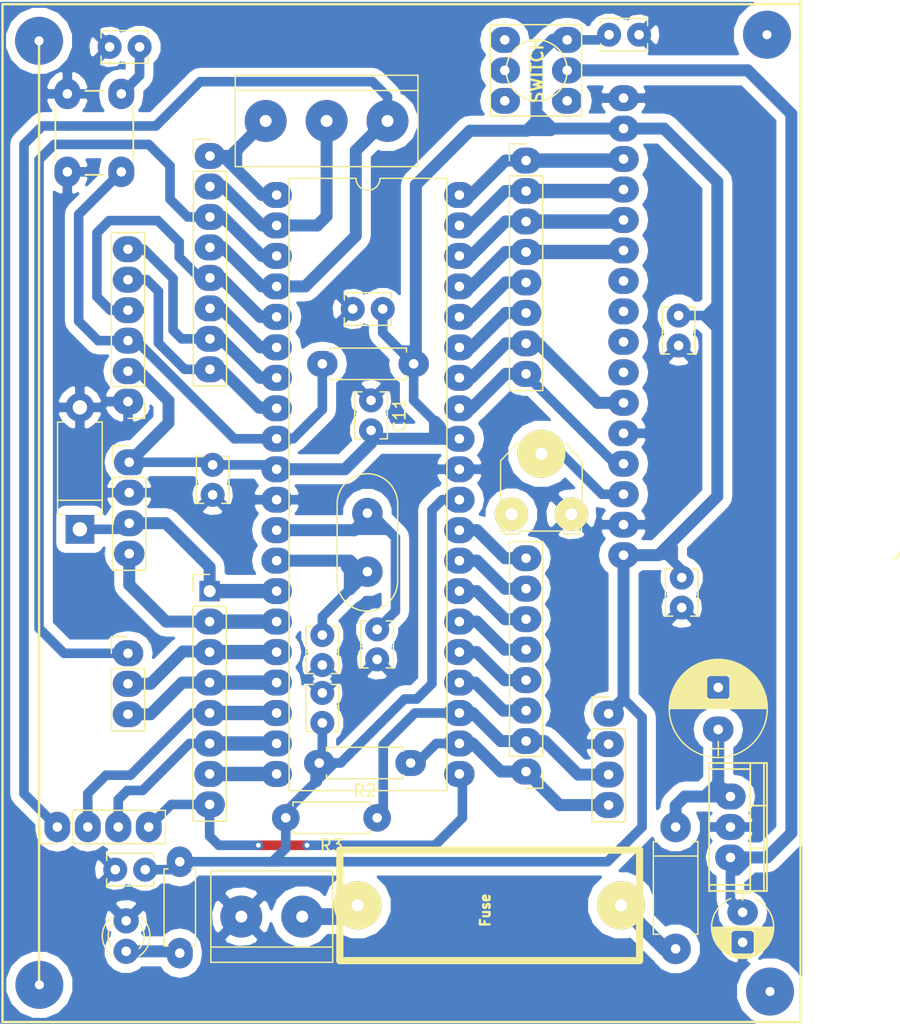
<source format=kicad_pcb>
(kicad_pcb (version 4) (host pcbnew 4.0.6+dfsg1-1)
  (layers (0 F.Cu signal) (31 B.Cu signal) (34 B.Paste user) (35 F.Paste user) (36 B.SilkS user) (37 F.SilkS user) (38 B.Mask user) (39 F.Mask user) (44 Edge.Cuts user))
  (net 0 "")
  (net 1 GND)
  (net 2 "Net-(C1-Pad2)")
  (net 3 "Net-(C2-Pad1)")
  (net 4 "Net-(C3-Pad1)")
  (net 5 VCC)
  (net 6 "Net-(DS1-Pad3)")
  (net 7 /B1)
  (net 8 /B0)
  (net 9 /B4)
  (net 10 /B5)
  (net 11 /B6)
  (net 12 /B7)
  (net 13 /A0)
  (net 14 /A1)
  (net 15 /A2)
  (net 16 /A3)
  (net 17 /A4)
  (net 18 /A5)
  (net 19 /A6)
  (net 20 /A7)
  (net 21 /C0)
  (net 22 /C1)
  (net 23 /C2)
  (net 24 /C3)
  (net 25 /C4)
  (net 26 /C5)
  (net 27 /C6)
  (net 28 /C7)
  (net 29 /B2)
  (net 30 /D2)
  (net 31 /D3)
  (net 32 /D0)
  (net 33 /D1)
  (net 34 /B3)
  (net 35 /D4)
  (net 36 /D5)
  (net 37 /D6)
  (net 38 /D7)
  (net 39 "Net-(C4-Pad1)")
  (net 40 "Net-(D2-Pad2)")
  (net 41 "Net-(F1-Pad2)")
  (net 42 /R)
  (net 43 "Net-(D3-Pad2)")
  (net 44 "Net-(DS1-Pad7)")
  (net 45 "Net-(DS1-Pad8)")
  (net 46 "Net-(DS1-Pad9)")
  (net 47 "Net-(DS1-Pad10)")
  (net 48 "Net-(RV1-Pad1)")
  (module modFiles:LCD_16*2 (layer F.Cu) (at 129.2606 89.6112 90)
    (fp_text reference DS1 hide)
    (fp_text value LCD-016N002L)
    (pad 1 thru_hole oval (at 0 0 90) (size 2.159 2.54) (drill 0.8) (layers *.Cu *.Mask) (net 5 VCC))
    (pad 2 thru_hole oval (at 2.54 0 90) (size 2.159 2.54) (drill 0.8) (layers *.Cu *.Mask) (net 1 GND))
    (pad 3 thru_hole oval (at 5.08 0 90) (size 2.159 2.54) (drill 0.8) (layers *.Cu *.Mask) (net 6 "Net-(DS1-Pad3)"))
    (pad 4 thru_hole oval (at 7.62 0 90) (size 2.159 2.54) (drill 0.8) (layers *.Cu *.Mask) (net 20 /A7))
    (pad 5 thru_hole oval (at 10.16 0 90) (size 2.159 2.54) (drill 0.8) (layers *.Cu *.Mask) (net 1 GND))
    (pad 6 thru_hole oval (at 12.7 0 90) (size 2.159 2.54) (drill 0.8) (layers *.Cu *.Mask) (net 19 /A6))
    (pad 7 thru_hole oval (at 15.24 0 90) (size 2.159 2.54) (drill 0.8) (layers *.Cu *.Mask) (net 44 "Net-(DS1-Pad7)"))
    (pad 8 thru_hole oval (at 17.78 0 90) (size 2.159 2.54) (drill 0.8) (layers *.Cu *.Mask) (net 45 "Net-(DS1-Pad8)"))
    (pad 9 thru_hole oval (at 20.32 0 90) (size 2.159 2.54) (drill 0.8) (layers *.Cu *.Mask) (net 46 "Net-(DS1-Pad9)"))
    (pad 11 thru_hole oval (at 25.4 0 90) (size 2.159 2.54) (drill 0.8) (layers *.Cu *.Mask) (net 16 /A3))
    (pad 12 thru_hole oval (at 27.94 0 90) (size 2.159 2.54) (drill 0.8) (layers *.Cu *.Mask) (net 15 /A2))
    (pad 13 thru_hole oval (at 30.48 0 90) (size 2.159 2.54) (drill 0.8) (layers *.Cu *.Mask) (net 14 /A1))
    (pad 14 thru_hole oval (at 33.02 0 90) (size 2.159 2.54) (drill 0.8) (layers *.Cu *.Mask) (net 13 /A0))
    (pad 15 thru_hole oval (at 35.56 0 90) (size 2.159 2.54) (drill 0.8) (layers *.Cu *.Mask) (net 5 VCC))
    (pad 16 thru_hole oval (at 38.1 0 90) (size 2.159 2.54) (drill 0.8) (layers *.Cu *.Mask) (net 1 GND))
    (pad 10 thru_hole oval (at 22.86 0 90) (size 2.159 2.54) (drill 0.8) (layers *.Cu *.Mask) (net 47 "Net-(DS1-Pad10)"))
    (pad 0 thru_hole circle (at 42.8752 -48.7426 90) (size 4 4) (drill 0.762) (layers *.Cu *.Mask))
    (pad 0 thru_hole circle (at 43.3832 11.9634 90) (size 4 4) (drill 0.762) (layers *.Cu *.Mask))
    (pad 0 thru_hole circle (at -36.3728 12.2174 90) (size 4 4) (drill 0.762) (layers *.Cu *.Mask))
    (pad 0 thru_hole circle (at -35.814 -48.7172 90) (size 4 4) (drill 0.762) (layers *.Cu *.Mask))
  )
  (module modFiles:Capacitor_Disc_Small (layer F.Cu) (at 106.68 69.088)
    (fp_text reference C6 hide)
    (fp_text value C)
    (pad 1 thru_hole circle (at 0 0) (size 2 2) (drill 0.8) (layers *.Cu *.Mask) (net 1 GND))
    (pad 2 thru_hole circle (at 2.5 0) (size 2 2) (drill 0.8) (layers *.Cu *.Mask) (net 5 VCC))
  )
  (module modFiles:Capacitor_100uF (layer F.Cu) (at 137.16 104.14 90)
    (fp_text reference C3 hide)
    (fp_text value C)
    (pad 1 thru_hole oval (at 0 0 90) (size 2.159 2.54) (drill 0.8) (layers *.Cu *.Mask) (net 4 "Net-(C3-Pad1)"))
    (pad 2 thru_hole oval (at 3.5 0 90) (size 2.159 2.54) (drill 0.8) (layers *.Cu *.Mask) (net 1 GND))
  )
  (module modFiles:Capacitor_10uF (layer F.Cu) (at 139.192 119.38 270)
    (fp_text reference C4 hide)
    (fp_text value C)
    (pad 1 thru_hole oval (at 0 0 270) (size 2.159 2.54) (drill 0.8) (layers *.Cu *.Mask) (net 39 "Net-(C4-Pad1)"))
    (pad 2 thru_hole oval (at 2.5 0 270) (size 2.159 2.54) (drill 0.8) (layers *.Cu *.Mask) (net 1 GND))
  )
  (module modFiles:Diode_Small (layer F.Cu) (at 83.9216 87.4522 90)
    (fp_text reference D1 hide)
    (fp_text value D_Zener)
    (pad 1 thru_hole rect (at 0 0 90) (size 2.4 2.4) (drill 1.2) (layers *.Cu *.Mask) (net 32 /D0))
    (pad 2 thru_hole oval (at 10.16 0 90) (size 2.4 2.4) (drill 1.2) (layers *.Cu *.Mask) (net 1 GND))
  )
  (module modFiles:Diode_Small (layer F.Cu) (at 133.604 112.268 270)
    (fp_text reference D2 hide)
    (fp_text value D hide)
    (pad 1 thru_hole circle (at 0 0 270) (size 2.54 2.54) (drill 0.8) (layers *.Cu *.Mask) (net 4 "Net-(C3-Pad1)"))
    (pad 2 thru_hole circle (at 10.16 0 270) (size 2.54 2.54) (drill 0.8) (layers *.Cu *.Mask) (net 40 "Net-(D2-Pad2)"))
  )
  (module modFiles:LED_D3.0mm (layer F.Cu) (at 87.7824 120.0912 270)
    (fp_text reference D3 hide)
    (fp_text value LED)
    (pad 1 thru_hole circle (at 0 0 270) (size 2.1 2.1) (drill 0.8) (layers *.Cu *.Mask) (net 1 GND))
    (pad 2 thru_hole circle (at 2.54 0 270) (size 2.1 2.1) (drill 0.8) (layers *.Cu *.Mask) (net 43 "Net-(D3-Pad2)"))
  )
  (module modFiles:Fuse_Holder (layer F.Cu) (at 117.8814 119.3038)
    (fp_text reference F1 hide)
    (fp_text value Fuse (at -0.154 -0.098 90) (layer F.SilkS) (effects (font (size 0.8 0.8) (thickness 0.2))))
    (pad 1 thru_hole circle (at 11.176 -0.508 90) (size 4 4) (drill 1) (layers *.Cu *.Mask F.SilkS) (net 40 "Net-(D2-Pad2)"))
    (pad 2 thru_hole circle (at -10.795 -0.508 90) (size 4 4) (drill 1) (layers *.Cu *.Mask F.SilkS) (net 41 "Net-(F1-Pad2)"))
  )
  (module Pin_Headers:Pin_Header_Straight_1x08_Pitch2.54mm (layer F.Cu) (at 121.1326 56.7182)
    (fp_text reference J1 hide)
    (fp_text value PortA)
    (pad 1 thru_hole oval (at 0 0) (size 2.54 2.159) (drill 0.8) (layers *.Cu *.Mask) (net 13 /A0))
    (pad 2 thru_hole oval (at 0 2.54) (size 2.54 2.159) (drill 0.8) (layers *.Cu *.Mask) (net 14 /A1))
    (pad 3 thru_hole oval (at 0 5.08) (size 2.54 2.159) (drill 0.8) (layers *.Cu *.Mask) (net 15 /A2))
    (pad 4 thru_hole oval (at 0 7.62) (size 2.54 2.159) (drill 0.8) (layers *.Cu *.Mask) (net 16 /A3))
    (pad 5 thru_hole oval (at 0 10.16) (size 2.54 2.159) (drill 0.8) (layers *.Cu *.Mask) (net 17 /A4))
    (pad 6 thru_hole oval (at 0 12.7) (size 2.54 2.159) (drill 0.8) (layers *.Cu *.Mask) (net 18 /A5))
    (pad 7 thru_hole oval (at 0 15.24) (size 2.54 2.159) (drill 0.8) (layers *.Cu *.Mask) (net 19 /A6))
    (pad 8 thru_hole oval (at 0 17.78) (size 2.54 2.159) (drill 0.8) (layers *.Cu *.Mask) (net 20 /A7))
  )
  (module Pin_Headers:Pin_Header_Straight_1x08_Pitch2.54mm (layer F.Cu) (at 121.1326 107.6452 180)
    (fp_text reference J2 hide)
    (fp_text value PortC)
    (pad 1 thru_hole oval (at 0 0 180) (size 2.54 2.159) (drill 0.8) (layers *.Cu *.Mask) (net 21 /C0))
    (pad 2 thru_hole oval (at 0 2.54 180) (size 2.54 2.159) (drill 0.8) (layers *.Cu *.Mask) (net 22 /C1))
    (pad 3 thru_hole oval (at 0 5.08 180) (size 2.54 2.159) (drill 0.8) (layers *.Cu *.Mask) (net 23 /C2))
    (pad 4 thru_hole oval (at 0 7.62 180) (size 2.54 2.159) (drill 0.8) (layers *.Cu *.Mask) (net 24 /C3))
    (pad 5 thru_hole oval (at 0 10.16 180) (size 2.54 2.159) (drill 0.8) (layers *.Cu *.Mask) (net 25 /C4))
    (pad 6 thru_hole oval (at 0 12.7 180) (size 2.54 2.159) (drill 0.8) (layers *.Cu *.Mask) (net 26 /C5))
    (pad 7 thru_hole oval (at 0 15.24 180) (size 2.54 2.159) (drill 0.8) (layers *.Cu *.Mask) (net 27 /C6))
    (pad 8 thru_hole oval (at 0 17.78 180) (size 2.54 2.159) (drill 0.8) (layers *.Cu *.Mask) (net 28 /C7))
  )
  (module Pin_Headers:Pin_Header_Straight_1x03_Pitch2.54mm (layer F.Cu) (at 87.9348 97.79)
    (fp_text reference J3 hide)
    (fp_text value Int)
    (pad 1 thru_hole oval (at 0 0) (size 2.54 2.159) (drill 0.8) (layers *.Cu *.Mask) (net 29 /B2))
    (pad 2 thru_hole oval (at 0 2.54) (size 2.54 2.159) (drill 0.8) (layers *.Cu *.Mask) (net 30 /D2))
    (pad 3 thru_hole oval (at 0 5.08) (size 2.54 2.159) (drill 0.8) (layers *.Cu *.Mask) (net 31 /D3))
  )
  (module Pin_Headers:Pin_Header_Straight_1x04_Pitch2.54mm (layer F.Cu) (at 88.0364 81.8642)
    (fp_text reference J4 hide)
    (fp_text value RX-TX)
    (pad 1 thru_hole oval (at 0 0) (size 2.54 2.159) (drill 0.8) (layers *.Cu *.Mask) (net 5 VCC))
    (pad 2 thru_hole oval (at 0 2.54) (size 2.54 2.159) (drill 0.8) (layers *.Cu *.Mask) (net 1 GND))
    (pad 3 thru_hole oval (at 0 5.08) (size 2.54 2.159) (drill 0.8) (layers *.Cu *.Mask) (net 32 /D0))
    (pad 4 thru_hole oval (at 0 7.62) (size 2.54 2.159) (drill 0.8) (layers *.Cu *.Mask) (net 33 /D1))
  )
  (module modFiles:Connector_Bornier_2 (layer F.Cu) (at 97.3836 119.7356)
    (fp_text reference J5 hide)
    (fp_text value Conn_01x02 hide)
    (pad 1 thru_hole circle (at 0 0) (size 3.5 3.5) (drill 1) (layers *.Cu *.Mask) (net 1 GND))
    (pad 2 thru_hole circle (at 5.08 0) (size 3.5 3.5) (drill 1) (layers *.Cu *.Mask) (net 41 "Net-(F1-Pad2)"))
  )
  (module Pin_Headers:Pin_Header_Straight_1x08_Pitch2.54mm (layer F.Cu) (at 94.7674 56.3372)
    (fp_text reference J6 hide)
    (fp_text value PortB)
    (pad 1 thru_hole oval (at 0 0) (size 2.54 2.159) (drill 0.8) (layers *.Cu *.Mask) (net 8 /B0))
    (pad 2 thru_hole oval (at 0 2.54) (size 2.54 2.159) (drill 0.8) (layers *.Cu *.Mask) (net 7 /B1))
    (pad 3 thru_hole oval (at 0 5.08) (size 2.54 2.159) (drill 0.8) (layers *.Cu *.Mask) (net 29 /B2))
    (pad 4 thru_hole oval (at 0 7.62) (size 2.54 2.159) (drill 0.8) (layers *.Cu *.Mask) (net 34 /B3))
    (pad 5 thru_hole oval (at 0 10.16) (size 2.54 2.159) (drill 0.8) (layers *.Cu *.Mask) (net 9 /B4))
    (pad 6 thru_hole oval (at 0 12.7) (size 2.54 2.159) (drill 0.8) (layers *.Cu *.Mask) (net 10 /B5))
    (pad 7 thru_hole oval (at 0 15.24) (size 2.54 2.159) (drill 0.8) (layers *.Cu *.Mask) (net 11 /B6))
    (pad 8 thru_hole oval (at 0 17.78) (size 2.54 2.159) (drill 0.8) (layers *.Cu *.Mask) (net 12 /B7))
  )
  (module Pin_Headers:Pin_Header_Straight_1x08_Pitch2.54mm (layer F.Cu) (at 94.742 92.6084)
    (fp_text reference J7 hide)
    (fp_text value PortD)
    (pad 1 thru_hole rect (at 0 0) (size 1.7 1.7) (drill 1) (layers *.Cu *.Mask) (net 32 /D0))
    (pad 2 thru_hole oval (at 0 2.54) (size 2.54 2.159) (drill 0.8) (layers *.Cu *.Mask) (net 33 /D1))
    (pad 3 thru_hole oval (at 0 5.08) (size 2.54 2.159) (drill 0.8) (layers *.Cu *.Mask) (net 30 /D2))
    (pad 4 thru_hole oval (at 0 7.62) (size 2.54 2.159) (drill 0.8) (layers *.Cu *.Mask) (net 31 /D3))
    (pad 5 thru_hole oval (at 0 10.16) (size 2.54 2.159) (drill 0.8) (layers *.Cu *.Mask) (net 35 /D4))
    (pad 6 thru_hole oval (at 0 12.7) (size 2.54 2.159) (drill 0.8) (layers *.Cu *.Mask) (net 36 /D5))
    (pad 7 thru_hole oval (at 0 15.24) (size 2.54 2.159) (drill 0.8) (layers *.Cu *.Mask) (net 37 /D6))
    (pad 8 thru_hole oval (at 0 17.78) (size 2.54 2.159) (drill 0.8) (layers *.Cu *.Mask) (net 38 /D7))
  )
  (module Pin_Headers:Pin_Header_Straight_1x04_Pitch2.54mm (layer F.Cu) (at 128.016 102.8192)
    (fp_text reference J9 hide)
    (fp_text value SDA-SCL)
    (pad 1 thru_hole oval (at 0 0) (size 2.54 2.159) (drill 0.8) (layers *.Cu *.Mask) (net 5 VCC))
    (pad 2 thru_hole oval (at 0 2.54) (size 2.54 2.159) (drill 0.8) (layers *.Cu *.Mask) (net 1 GND))
    (pad 3 thru_hole oval (at 0 5.08) (size 2.54 2.159) (drill 0.8) (layers *.Cu *.Mask) (net 22 /C1))
    (pad 4 thru_hole oval (at 0 7.62) (size 2.54 2.159) (drill 0.8) (layers *.Cu *.Mask) (net 21 /C0))
  )
  (module Pin_Headers:Pin_Header_Straight_1x06_Pitch2.54mm (layer F.Cu) (at 87.9348 76.8096 180)
    (fp_text reference J10 hide)
    (fp_text value Programmer)
    (pad 1 thru_hole oval (at 0 0 180) (size 2.54 2.159) (drill 0.8) (layers *.Cu *.Mask) (net 1 GND))
    (pad 2 thru_hole oval (at 0 2.54 180) (size 2.54 2.159) (drill 0.8) (layers *.Cu *.Mask) (net 5 VCC))
    (pad 3 thru_hole oval (at 0 5.08 180) (size 2.54 2.159) (drill 0.8) (layers *.Cu *.Mask) (net 42 /R))
    (pad 4 thru_hole oval (at 0 7.62 180) (size 2.54 2.159) (drill 0.8) (layers *.Cu *.Mask) (net 9 /B4))
    (pad 5 thru_hole oval (at 0 10.16 180) (size 2.54 2.159) (drill 0.8) (layers *.Cu *.Mask) (net 12 /B7))
    (pad 6 thru_hole oval (at 0 12.7 180) (size 2.54 2.159) (drill 0.8) (layers *.Cu *.Mask) (net 11 /B6))
  )
  (module modFiles:Connector_Bornier_3 (layer F.Cu) (at 109.5756 53.4162 180)
    (fp_text reference J11 hide)
    (fp_text value Motor)
    (pad 1 thru_hole circle (at 0 0 180) (size 3.5 3.5) (drill 1) (layers *.Cu *.Mask) (net 34 /B3))
    (pad 2 thru_hole circle (at 5.08 0 180) (size 3.5 3.5) (drill 1) (layers *.Cu *.Mask) (net 7 /B1))
    (pad 3 thru_hole circle (at 10.16 0 180) (size 3.5 3.5) (drill 1) (layers *.Cu *.Mask) (net 8 /B0))
  )
  (module modFiles:Resistor_small (layer F.Cu) (at 111.76 73.66 180)
    (fp_text reference R1 hide)
    (fp_text value R)
    (pad 1 thru_hole oval (at 0 0 180) (size 2.54 2.159) (drill 0.8) (layers *.Cu *.Mask) (net 5 VCC))
    (pad 2 thru_hole oval (at 7.62 0 180) (size 2.54 2.159) (drill 0.8) (layers *.Cu *.Mask) (net 42 /R))
  )
  (module modFiles:Resistor_small (layer F.Cu) (at 111.506 106.934 180)
    (fp_text reference R2 (at 3.81 -2.31 180) (layer F.SilkS))
    (fp_text value R)
    (pad 1 thru_hole oval (at 0 0 180) (size 2.54 2.159) (drill 0.8) (layers *.Cu *.Mask) (net 21 /C0))
    (pad 2 thru_hole oval (at 7.62 0 180) (size 2.54 2.159) (drill 0.8) (layers *.Cu *.Mask) (net 5 VCC))
  )
  (module modFiles:Resistor_small (layer F.Cu) (at 108.712 111.506 180)
    (fp_text reference R3 (at 3.81 -2.31 180) (layer F.SilkS))
    (fp_text value R)
    (pad 1 thru_hole circle (at 0 0 180) (size 2.3 2.3) (drill 0.8) (layers *.Cu *.Mask) (net 22 /C1))
    (pad 2 thru_hole circle (at 7.62 0 180) (size 2.3 2.3) (drill 0.8) (layers *.Cu *.Mask) (net 5 VCC))
  )
  (module modFiles:Resistor_small (layer F.Cu) (at 92.2528 122.7836 90)
    (fp_text reference R4 hide)
    (fp_text value R)
    (pad 1 thru_hole oval (at 0 0 90) (size 2.54 2.159) (drill 0.8) (layers *.Cu *.Mask) (net 43 "Net-(D3-Pad2)"))
    (pad 2 thru_hole oval (at 7.62 0 90) (size 2.54 2.159) (drill 0.8) (layers *.Cu *.Mask) (net 5 VCC))
  )
  (module modFiles:Potentiometer_Triwood (layer F.Cu) (at 119.91 86.2)
    (fp_text reference RV1 hide)
    (fp_text value POT)
    (pad 2 thru_hole circle (at 2.5 -5.04 90) (size 4 4) (drill 1) (layers *.Cu *.Mask F.SilkS) (net 6 "Net-(DS1-Pad3)"))
    (pad 3 thru_hole circle (at 5 0 90) (size 2.794 2.794) (drill 1) (layers *.Cu *.Mask F.SilkS) (net 1 GND))
    (pad 1 thru_hole circle (at 0 0 90) (size 2.794 2.794) (drill 1) (layers *.Cu *.Mask F.SilkS) (net 48 "Net-(RV1-Pad1)"))
  )
  (module modFiles:Push_Button (layer F.Cu) (at 82.876 57.658 90)
    (fp_text reference SW1 hide)
    (fp_text value SW_Push)
    (pad 2 thru_hole oval (at 0 4.5 90) (size 2.54 2.159) (drill 0.8) (layers *.Cu *.Mask) (net 42 /R))
    (pad 1 thru_hole oval (at 0 0 90) (size 2.54 2.159) (drill 0.8) (layers *.Cu *.Mask) (net 1 GND))
    (pad 2 thru_hole oval (at 6.5 4.5 90) (size 2.54 2.159) (drill 0.8) (layers *.Cu *.Mask) (net 42 /R))
    (pad 1 thru_hole oval (at 6.5 0 90) (size 2.54 2.159) (drill 0.8) (layers *.Cu *.Mask) (net 1 GND))
  )
  (module modFiles:DIP_Switch (layer F.Cu) (at 121.8946 49.1998 90)
    (fp_text reference SWITCH (at 0 0.15 90) (layer F.SilkS) (effects (font (size 1.016 1.016) (thickness 0.2032))))
    (fp_text value SW_DIP_x01 hide)
    (pad "" thru_hole oval (at 2.54 -2.54 90) (size 2.159 2.54) (drill 0.8) (layers *.Cu *.Mask))
    (pad 2 thru_hole oval (at 2.54 2.667 90) (size 2.159 2.54) (drill 0.8) (layers *.Cu *.Mask) (net 5 VCC))
    (pad "" thru_hole oval (at -2.54 -2.54 90) (size 2.159 2.54) (drill 0.8) (layers *.Cu *.Mask))
    (pad "" thru_hole oval (at -2.54 2.667 90) (size 2.159 2.54) (drill 0.8) (layers *.Cu *.Mask))
    (pad "" thru_hole oval (at 0 -2.54 90) (size 2.159 2.54) (drill 0.8) (layers *.Cu *.Mask))
    (pad 1 thru_hole oval (at 0 2.667 90) (size 2.159 2.54) (drill 0.8) (layers *.Cu *.Mask) (net 39 "Net-(C4-Pad1)"))
  )
  (module Housings_DIP:DIP-40_W15.24mm (layer F.Cu) (at 100.33 59.5884)
    (fp_text reference U1 hide)
    (fp_text value ATMEGA32-16PU)
    (pad 1 thru_hole oval (at 0 0) (size 2.54 2.159) (drill 0.8) (layers *.Cu *.Mask) (net 8 /B0))
    (pad 21 thru_hole oval (at 15.24 48.26) (size 2.54 2.159) (drill 0.8) (layers *.Cu *.Mask) (net 38 /D7))
    (pad 2 thru_hole oval (at 0 2.54) (size 2.54 2.159) (drill 0.8) (layers *.Cu *.Mask) (net 7 /B1))
    (pad 22 thru_hole oval (at 15.24 45.72) (size 2.54 2.159) (drill 0.8) (layers *.Cu *.Mask) (net 21 /C0))
    (pad 3 thru_hole oval (at 0 5.08) (size 2.54 2.159) (drill 0.8) (layers *.Cu *.Mask) (net 29 /B2))
    (pad 23 thru_hole oval (at 15.24 43.18) (size 2.54 2.159) (drill 0.8) (layers *.Cu *.Mask) (net 22 /C1))
    (pad 4 thru_hole oval (at 0 7.62) (size 2.54 2.159) (drill 0.8) (layers *.Cu *.Mask) (net 34 /B3))
    (pad 24 thru_hole oval (at 15.24 40.64) (size 2.54 2.159) (drill 0.8) (layers *.Cu *.Mask) (net 23 /C2))
    (pad 5 thru_hole oval (at 0 10.16) (size 2.54 2.159) (drill 0.8) (layers *.Cu *.Mask) (net 9 /B4))
    (pad 25 thru_hole oval (at 15.24 38.1) (size 2.54 2.159) (drill 0.8) (layers *.Cu *.Mask) (net 24 /C3))
    (pad 6 thru_hole oval (at 0 12.7) (size 2.54 2.159) (drill 0.8) (layers *.Cu *.Mask) (net 10 /B5))
    (pad 26 thru_hole oval (at 15.24 35.56) (size 2.54 2.159) (drill 0.8) (layers *.Cu *.Mask) (net 25 /C4))
    (pad 7 thru_hole oval (at 0 15.24) (size 2.54 2.159) (drill 0.8) (layers *.Cu *.Mask) (net 11 /B6))
    (pad 27 thru_hole oval (at 15.24 33.02) (size 2.54 2.159) (drill 0.8) (layers *.Cu *.Mask) (net 26 /C5))
    (pad 8 thru_hole oval (at 0 17.78) (size 2.54 2.159) (drill 0.8) (layers *.Cu *.Mask) (net 12 /B7))
    (pad 28 thru_hole oval (at 15.24 30.48) (size 2.54 2.159) (drill 0.8) (layers *.Cu *.Mask) (net 27 /C6))
    (pad 9 thru_hole oval (at 0 20.32) (size 2.54 2.159) (drill 0.8) (layers *.Cu *.Mask) (net 42 /R))
    (pad 29 thru_hole oval (at 15.24 27.94) (size 2.54 2.159) (drill 0.8) (layers *.Cu *.Mask) (net 28 /C7))
    (pad 10 thru_hole oval (at 0 22.86) (size 2.54 2.159) (drill 0.8) (layers *.Cu *.Mask) (net 5 VCC))
    (pad 30 thru_hole oval (at 15.24 25.4) (size 2.54 2.159) (drill 0.8) (layers *.Cu *.Mask) (net 5 VCC))
    (pad 11 thru_hole oval (at 0 25.4) (size 2.54 2.159) (drill 0.8) (layers *.Cu *.Mask) (net 1 GND))
    (pad 31 thru_hole oval (at 15.24 22.86) (size 2.54 2.159) (drill 0.8) (layers *.Cu *.Mask) (net 1 GND))
    (pad 12 thru_hole oval (at 0 27.94) (size 2.54 2.159) (drill 0.8) (layers *.Cu *.Mask) (net 2 "Net-(C1-Pad2)"))
    (pad 32 thru_hole oval (at 15.24 20.32) (size 2.54 2.159) (drill 0.8) (layers *.Cu *.Mask) (net 5 VCC))
    (pad 13 thru_hole oval (at 0 30.48) (size 2.54 2.159) (drill 0.8) (layers *.Cu *.Mask) (net 3 "Net-(C2-Pad1)"))
    (pad 33 thru_hole oval (at 15.24 17.78) (size 2.54 2.159) (drill 0.8) (layers *.Cu *.Mask) (net 20 /A7))
    (pad 14 thru_hole oval (at 0 33.02) (size 2.54 2.159) (drill 0.8) (layers *.Cu *.Mask) (net 32 /D0))
    (pad 34 thru_hole oval (at 15.24 15.24) (size 2.54 2.159) (drill 0.8) (layers *.Cu *.Mask) (net 19 /A6))
    (pad 15 thru_hole oval (at 0 35.56) (size 2.54 2.159) (drill 0.8) (layers *.Cu *.Mask) (net 33 /D1))
    (pad 35 thru_hole oval (at 15.24 12.7) (size 2.54 2.159) (drill 0.8) (layers *.Cu *.Mask) (net 18 /A5))
    (pad 16 thru_hole oval (at 0 38.1) (size 2.54 2.159) (drill 0.8) (layers *.Cu *.Mask) (net 30 /D2))
    (pad 36 thru_hole oval (at 15.24 10.16) (size 2.54 2.159) (drill 0.8) (layers *.Cu *.Mask) (net 17 /A4))
    (pad 17 thru_hole oval (at 0 40.64) (size 2.54 2.159) (drill 0.8) (layers *.Cu *.Mask) (net 31 /D3))
    (pad 37 thru_hole oval (at 15.24 7.62) (size 2.54 2.159) (drill 0.8) (layers *.Cu *.Mask) (net 16 /A3))
    (pad 18 thru_hole oval (at 0 43.18) (size 2.54 2.159) (drill 0.8) (layers *.Cu *.Mask) (net 35 /D4))
    (pad 38 thru_hole oval (at 15.24 5.08) (size 2.54 2.159) (drill 0.8) (layers *.Cu *.Mask) (net 15 /A2))
    (pad 19 thru_hole oval (at 0 45.72) (size 2.54 2.159) (drill 0.8) (layers *.Cu *.Mask) (net 36 /D5))
    (pad 39 thru_hole oval (at 15.24 2.54) (size 2.54 2.159) (drill 0.8) (layers *.Cu *.Mask) (net 14 /A1))
    (pad 20 thru_hole oval (at 0 48.26) (size 2.54 2.159) (drill 0.8) (layers *.Cu *.Mask) (net 37 /D6))
    (pad 40 thru_hole oval (at 15.24 0) (size 2.54 2.159) (drill 0.8) (layers *.Cu *.Mask) (net 13 /A0))
  )
  (module modFiles:Voltage_Regulators (layer F.Cu) (at 138.176 112.268 270)
    (fp_text reference U2 hide)
    (fp_text value LM7805_TO220)
    (pad 2 thru_hole oval (at 0 0 270) (size 2.159 2.54) (drill 0.8) (layers *.Cu *.Mask) (net 1 GND))
    (pad 3 thru_hole oval (at 2.54 0 270) (size 2.159 2.54) (drill 0.8) (layers *.Cu *.Mask) (net 39 "Net-(C4-Pad1)"))
    (pad 1 thru_hole oval (at -2.54 0 270) (size 2.159 2.54) (drill 0.8) (layers *.Cu *.Mask) (net 4 "Net-(C3-Pad1)"))
  )
  (module modFiles:Crystal (layer F.Cu) (at 107.8992 86.106 270)
    (fp_text reference Y1 hide)
    (fp_text value Crystal)
    (pad 1 thru_hole circle (at 0 0 270) (size 2.54 2.54) (drill 0.8) (layers *.Cu *.Mask) (net 2 "Net-(C1-Pad2)"))
    (pad 2 thru_hole circle (at 4.88 0 270) (size 2.54 2.54) (drill 0.8) (layers *.Cu *.Mask) (net 3 "Net-(C2-Pad1)"))
  )
  (module Pin_Headers:Pin_Header_Straight_1x04_Pitch2.54mm (layer F.Cu) (at 82.042 112.268 90)
    (fp_text reference J8 hide)
    (fp_text value PWM)
    (pad 1 thru_hole oval (at 0 0 90) (size 2.54 2.159) (drill 0.8) (layers *.Cu *.Mask) (net 34 /B3))
    (pad 2 thru_hole oval (at 0 2.54 90) (size 2.54 2.159) (drill 0.8) (layers *.Cu *.Mask) (net 35 /D4))
    (pad 3 thru_hole oval (at 0 5.08 90) (size 2.54 2.159) (drill 0.8) (layers *.Cu *.Mask) (net 36 /D5))
    (pad 4 thru_hole oval (at 0 7.62 90) (size 2.54 2.159) (drill 0.8) (layers *.Cu *.Mask) (net 38 /D7))
  )
  (module modFiles:Capacitor_Disc_Small (layer F.Cu) (at 108.712 98.298 90)
    (fp_text reference C1 hide)
    (fp_text value C)
    (pad 1 thru_hole circle (at 0 0 90) (size 2 2) (drill 0.8) (layers *.Cu *.Mask) (net 1 GND))
    (pad 2 thru_hole circle (at 2.5 0 90) (size 2 2) (drill 0.8) (layers *.Cu *.Mask) (net 2 "Net-(C1-Pad2)"))
  )
  (module modFiles:Capacitor_Disc_Small (layer F.Cu) (at 104.14 96.266 270)
    (fp_text reference C2 hide)
    (fp_text value C)
    (pad 1 thru_hole circle (at 0 0 270) (size 2 2) (drill 0.8) (layers *.Cu *.Mask) (net 3 "Net-(C2-Pad1)"))
    (pad 2 thru_hole circle (at 2.5 0 270) (size 2 2) (drill 0.8) (layers *.Cu *.Mask) (net 1 GND))
  )
  (module modFiles:Capacitor_Disc_Small (layer F.Cu) (at 134.112 93.98 90)
    (fp_text reference C5 hide)
    (fp_text value C)
    (pad 1 thru_hole circle (at 0 0 90) (size 2 2) (drill 0.8) (layers *.Cu *.Mask) (net 1 GND))
    (pad 2 thru_hole circle (at 2.5 0 90) (size 2 2) (drill 0.8) (layers *.Cu *.Mask) (net 5 VCC))
  )
  (module modFiles:Capacitor_Disc_Small (layer F.Cu) (at 130.556 46.228 180)
    (fp_text reference C7 hide)
    (fp_text value C)
    (pad 1 thru_hole circle (at 0 0 180) (size 2 2) (drill 0.8) (layers *.Cu *.Mask) (net 1 GND))
    (pad 2 thru_hole circle (at 2.5 0 180) (size 2 2) (drill 0.8) (layers *.Cu *.Mask) (net 5 VCC))
  )
  (module modFiles:Capacitor_Disc_Small (layer F.Cu) (at 133.858 72.136 90)
    (fp_text reference C8 hide)
    (fp_text value C)
    (pad 1 thru_hole circle (at 0 0 90) (size 2 2) (drill 0.8) (layers *.Cu *.Mask) (net 1 GND))
    (pad 2 thru_hole circle (at 2.5 0 90) (size 2 2) (drill 0.8) (layers *.Cu *.Mask) (net 5 VCC))
  )
  (module modFiles:Capacitor_Disc_Small (layer F.Cu) (at 94.996 84.582 90)
    (fp_text reference C9 hide)
    (fp_text value C)
    (pad 1 thru_hole circle (at 0 0 90) (size 2 2) (drill 0.8) (layers *.Cu *.Mask) (net 1 GND))
    (pad 2 thru_hole circle (at 2.5 0 90) (size 2 2) (drill 0.8) (layers *.Cu *.Mask) (net 5 VCC))
  )
  (module modFiles:Capacitor_Disc_Small (layer F.Cu) (at 86.868 115.824)
    (fp_text reference C10 hide)
    (fp_text value C)
    (pad 1 thru_hole circle (at 0 0) (size 2 2) (drill 0.8) (layers *.Cu *.Mask) (net 1 GND))
    (pad 2 thru_hole circle (at 2.5 0) (size 2 2) (drill 0.8) (layers *.Cu *.Mask) (net 5 VCC))
  )
  (module modFiles:Capacitor_Disc_Small (layer F.Cu) (at 104.14 101.092 270)
    (fp_text reference C13 hide)
    (fp_text value C)
    (pad 1 thru_hole circle (at 0 0 270) (size 2 2) (drill 0.8) (layers *.Cu *.Mask) (net 1 GND))
    (pad 2 thru_hole circle (at 2.5 0 270) (size 2 2) (drill 0.8) (layers *.Cu *.Mask) (net 5 VCC))
  )
  (module modFiles:Capacitor_Disc_Small (layer F.Cu) (at 88.9 47.244 180)
    (fp_text reference C14 hide)
    (fp_text value C)
    (pad 1 thru_hole circle (at 0 0 180) (size 2 2) (drill 0.8) (layers *.Cu *.Mask) (net 42 /R))
    (pad 2 thru_hole circle (at 2.5 0 180) (size 2 2) (drill 0.8) (layers *.Cu *.Mask) (net 1 GND))
  )
  (module modFiles:Capacitor_Disc_Small (layer F.Cu) (at 108.204 76.708 270)
    (fp_text reference C11 (at 1.25 -2.36 270) (layer F.SilkS))
    (fp_text value C)
    (pad 1 thru_hole circle (at 0 0 270) (size 2 2) (drill 0.8) (layers *.Cu *.Mask) (net 1 GND))
    (pad 2 thru_hole circle (at 2.5 0 270) (size 2 2) (drill 0.8) (layers *.Cu *.Mask) (net 5 VCC))
  )
  (gr_line (start 144.018 43.688) (end 144.018 128.524) (angle 90) (layer F.SilkS) (width 0.2))
  (gr_line (start 144.018 43.688) (end 144.018 43.434) (angle 90) (layer F.SilkS) (width 0.2))
  (gr_line (start 77.47 43.688) (end 144.018 43.688) (angle 90) (layer F.SilkS) (width 0.2))
  (gr_line (start 77.47 128.524) (end 77.47 43.688) (angle 90) (layer F.SilkS) (width 0.2))
  (gr_line (start 144.018 128.524) (end 77.47 128.524) (angle 90) (layer F.SilkS) (width 0.2))
  (gr_line (start 80.518 46.99) (end 80.518 125.476) (angle 90) (layer F.SilkS) (width 0.2))
  (segment (start 108.204 87.376) (end 108.204 86.4108) (width 1) (layer B.Cu) (net 2))
  (segment (start 108.204 86.4108) (end 107.8992 86.106) (width 1) (layer B.Cu) (net 2))
  (segment (start 107.8992 86.106) (end 107.8992 87.0712) (width 0.8) (layer B.Cu) (net 2))
  (segment (start 107.8992 87.0712) (end 108.204 87.376) (width 0.8) (layer B.Cu) (net 2))
  (segment (start 108.204 87.376) (end 108.3564 87.5284) (width 0.8) (layer B.Cu) (net 2))
  (segment (start 106.7943 87.5284) (end 108.3564 87.5284) (width 0.8) (layer B.Cu) (net 2))
  (segment (start 108.3564 87.5284) (end 109.6264 87.5284) (width 0.8) (layer B.Cu) (net 2))
  (segment (start 108.966 87.376) (end 108.966 86.868) (width 0.8) (layer B.Cu) (net 2))
  (segment (start 109.474 87.376) (end 108.966 87.376) (width 0.8) (layer B.Cu) (net 2))
  (segment (start 109.6264 87.5284) (end 109.474 87.376) (width 0.8) (layer B.Cu) (net 2))
  (segment (start 107.8992 86.106) (end 108.204 86.106) (width 0.8) (layer B.Cu) (net 2))
  (segment (start 108.204 86.106) (end 108.966 86.868) (width 0.8) (layer B.Cu) (net 2))
  (segment (start 108.966 86.868) (end 110.236 88.138) (width 0.8) (layer B.Cu) (net 2))
  (segment (start 110.236 88.138) (end 110.236 94.274) (width 0.8) (layer B.Cu) (net 2))
  (segment (start 110.236 94.274) (end 108.712 95.798) (width 0.8) (layer B.Cu) (net 2))
  (segment (start 107.8992 86.106) (end 108.1532 86.106) (width 0.8) (layer B.Cu) (net 2))
  (segment (start 100.33 87.5284) (end 106.7943 87.5284) (width 1) (layer B.Cu) (net 2))
  (segment (start 106.7943 87.5284) (end 106.807 87.5284) (width 1) (layer B.Cu) (net 2))
  (segment (start 106.807 87.5284) (end 107.8992 86.4362) (width 1) (layer B.Cu) (net 2))
  (segment (start 107.8992 86.4362) (end 107.8992 86.106) (width 1) (layer B.Cu) (net 2))
  (segment (start 104.14 96.266) (end 104.14 94.742) (width 0.8) (layer B.Cu) (net 3))
  (segment (start 106.934 91.948) (end 106.934 91.9512) (width 0.8) (layer B.Cu) (net 3))
  (segment (start 104.14 94.742) (end 106.934 91.948) (width 0.8) (layer B.Cu) (net 3))
  (segment (start 106.43395 92.45125) (end 106.43395 90.85105) (width 1) (layer B.Cu) (net 3))
  (segment (start 106.43395 92.45125) (end 106.934 91.9512) (width 1) (layer B.Cu) (net 3))
  (segment (start 106.934 91.9512) (end 107.8992 90.986) (width 1) (layer B.Cu) (net 3))
  (segment (start 106.43395 90.85105) (end 106.1847 90.6018) (width 1) (layer B.Cu) (net 3))
  (segment (start 100.33 90.0684) (end 106.4514 90.0684) (width 1) (layer B.Cu) (net 3))
  (segment (start 106.4514 90.0684) (end 107.369 90.986) (width 1) (layer B.Cu) (net 3))
  (segment (start 107.369 90.986) (end 107.8992 90.986) (width 1) (layer B.Cu) (net 3))
  (segment (start 134.366 109.728) (end 135.89 109.728) (width 1) (layer B.Cu) (net 4))
  (segment (start 133.604 112.268) (end 133.604 110.49) (width 1) (layer B.Cu) (net 4))
  (segment (start 133.604 110.49) (end 134.366 109.728) (width 1) (layer B.Cu) (net 4))
  (segment (start 135.89 109.728) (end 137.16 108.458) (width 0.8) (layer B.Cu) (net 4))
  (segment (start 135.89 109.728) (end 138.176 109.728) (width 1) (layer B.Cu) (net 4))
  (segment (start 137.16 108.458) (end 137.16 107.95) (width 0.8) (layer B.Cu) (net 4))
  (segment (start 137.16 108.458) (end 137.16 109.15904) (width 1) (layer B.Cu) (net 4))
  (segment (start 137.16 104.14) (end 137.16 107.95) (width 1) (layer B.Cu) (net 4))
  (segment (start 137.16 107.95) (end 137.16 108.458) (width 1) (layer B.Cu) (net 4))
  (segment (start 137.16 108.458) (end 137.16 108.712) (width 1) (layer B.Cu) (net 4))
  (segment (start 137.16 108.712) (end 138.176 109.728) (width 1) (layer B.Cu) (net 4))
  (segment (start 113.538 79.9084) (end 113.538 78.486) (width 1) (layer B.Cu) (net 5))
  (segment (start 113.538 78.486) (end 113.919 78.867) (width 1) (layer B.Cu) (net 5))
  (segment (start 115.57 79.9084) (end 113.538 79.9084) (width 1) (layer B.Cu) (net 5))
  (segment (start 113.538 79.9084) (end 108.9044 79.9084) (width 1) (layer B.Cu) (net 5))
  (segment (start 108.9044 79.9084) (end 108.204 79.208) (width 1) (layer B.Cu) (net 5))
  (segment (start 108.204 79.208) (end 108.204 80.264) (width 1) (layer B.Cu) (net 5))
  (segment (start 106.0196 82.4484) (end 100.33 82.4484) (width 1) (layer B.Cu) (net 5))
  (segment (start 108.204 80.264) (end 106.0196 82.4484) (width 1) (layer B.Cu) (net 5))
  (segment (start 103.632 107.188) (end 103.886 106.934) (width 1) (layer B.Cu) (net 5))
  (segment (start 103.632 108.458) (end 103.632 107.188) (width 1) (layer B.Cu) (net 5))
  (segment (start 103.632 108.458) (end 101.092 110.998) (width 0.8) (layer B.Cu) (net 5))
  (segment (start 99.568 115.1636) (end 127.9144 115.1636) (width 0.8) (layer B.Cu) (net 5))
  (segment (start 127.9144 115.1636) (end 130.81 112.268) (width 0.8) (layer B.Cu) (net 5))
  (segment (start 130.81 112.268) (end 130.81 103.124) (width 0.8) (layer B.Cu) (net 5))
  (segment (start 130.81 103.124) (end 129.2606 101.5746) (width 0.8) (layer B.Cu) (net 5))
  (segment (start 104.14 103.592) (end 104.14 106.68) (width 0.8) (layer B.Cu) (net 5))
  (segment (start 104.14 106.68) (end 103.886 106.934) (width 0.8) (layer B.Cu) (net 5))
  (segment (start 94.7782 81.8642) (end 94.996 82.082) (width 0.8) (layer B.Cu) (net 5))
  (segment (start 88.0364 81.8642) (end 94.7782 81.8642) (width 0.8) (layer B.Cu) (net 5))
  (segment (start 94.996 82.082) (end 99.9636 82.082) (width 0.8) (layer B.Cu) (net 5))
  (segment (start 99.9636 82.082) (end 100.33 82.4484) (width 0.8) (layer B.Cu) (net 5))
  (segment (start 89.368 115.824) (end 91.5924 115.824) (width 0.8) (layer B.Cu) (net 5))
  (segment (start 91.5924 115.824) (end 92.2528 115.1636) (width 0.8) (layer B.Cu) (net 5))
  (segment (start 133.4008 90.1192) (end 133.4008 88.99652) (width 0.8) (layer B.Cu) (net 5))
  (segment (start 133.4008 88.99652) (end 133.096 88.69172) (width 0.8) (layer B.Cu) (net 5))
  (segment (start 132.17652 89.6112) (end 132.8928 89.6112) (width 0.8) (layer B.Cu) (net 5))
  (segment (start 132.8928 89.6112) (end 133.4008 90.1192) (width 0.8) (layer B.Cu) (net 5))
  (segment (start 133.4008 90.1192) (end 134.112 90.8304) (width 0.8) (layer B.Cu) (net 5))
  (segment (start 134.112 90.8304) (end 134.112 91.48) (width 0.8) (layer B.Cu) (net 5))
  (segment (start 124.5616 46.6598) (end 127.6242 46.6598) (width 0.8) (layer B.Cu) (net 5))
  (segment (start 127.6242 46.6598) (end 128.056 46.228) (width 0.8) (layer B.Cu) (net 5))
  (segment (start 136.104 69.636) (end 136.104 69.81) (width 0.8) (layer B.Cu) (net 5))
  (segment (start 136.104 69.81) (end 137.0838 70.7898) (width 0.8) (layer B.Cu) (net 5))
  (segment (start 133.858 69.636) (end 136.104 69.636) (width 0.8) (layer B.Cu) (net 5))
  (segment (start 136.104 69.636) (end 137.0838 68.6562) (width 0.8) (layer B.Cu) (net 5))
  (segment (start 109.18 69.088) (end 109.18 71.08) (width 0.8) (layer B.Cu) (net 5))
  (segment (start 109.18 71.08) (end 111.76 73.66) (width 0.8) (layer B.Cu) (net 5))
  (segment (start 110.617 72.517) (end 111.9378 72.517) (width 0.8) (layer B.Cu) (net 5))
  (segment (start 111.76 72.39) (end 111.9378 72.39) (width 0.8) (layer B.Cu) (net 5))
  (segment (start 111.8108 72.39) (end 111.76 72.39) (width 0.8) (layer B.Cu) (net 5))
  (segment (start 111.9378 72.517) (end 111.8108 72.39) (width 0.8) (layer B.Cu) (net 5))
  (segment (start 110.617 72.517) (end 111.76 73.66) (width 0.8) (layer B.Cu) (net 5))
  (segment (start 113.919 78.867) (end 111.76 76.708) (width 0.8) (layer B.Cu) (net 5))
  (segment (start 111.76 76.708) (end 111.76 73.66) (width 0.8) (layer B.Cu) (net 5))
  (segment (start 114.9604 79.9084) (end 113.919 78.867) (width 0.8) (layer B.Cu) (net 5))
  (segment (start 91.7664 115.65) (end 92.2528 115.1636) (width 0.8) (layer B.Cu) (net 5))
  (segment (start 115.57 79.9084) (end 114.9604 79.9084) (width 0.8) (layer B.Cu) (net 5))
  (segment (start 88.0364 81.8642) (end 91.313 78.5876) (width 0.8) (layer B.Cu) (net 5))
  (segment (start 113.284 98.806) (end 113.284 100.33) (width 0.8) (layer B.Cu) (net 5))
  (segment (start 113.284 98.806) (end 113.284 85.852) (width 0.8) (layer B.Cu) (net 5))
  (segment (start 113.284 85.852) (end 114.1476 84.9884) (width 0.8) (layer B.Cu) (net 5))
  (segment (start 115.57 84.9884) (end 114.1476 84.9884) (width 0.8) (layer B.Cu) (net 5))
  (segment (start 105.664 106.934) (end 103.886 106.934) (width 0.8) (layer B.Cu) (net 5))
  (segment (start 110.998 101.6) (end 105.664 106.934) (width 0.8) (layer B.Cu) (net 5))
  (segment (start 112.014 101.6) (end 110.998 101.6) (width 0.8) (layer B.Cu) (net 5))
  (segment (start 113.284 100.33) (end 112.014 101.6) (width 0.8) (layer B.Cu) (net 5))
  (segment (start 92.2528 115.1636) (end 99.568 115.1636) (width 0.8) (layer B.Cu) (net 5))
  (segment (start 99.568 115.1636) (end 99.9744 115.1636) (width 0.8) (layer B.Cu) (net 5))
  (segment (start 101.092 114.046) (end 101.092 111.506) (width 0.8) (layer B.Cu) (net 5))
  (segment (start 99.9744 115.1636) (end 101.092 114.046) (width 0.8) (layer B.Cu) (net 5))
  (segment (start 105.156 106.934) (end 103.632 108.458) (width 0.8) (layer B.Cu) (net 5))
  (segment (start 103.886 106.934) (end 105.156 106.934) (width 0.8) (layer B.Cu) (net 5))
  (segment (start 101.092 110.998) (end 101.092 111.506) (width 0.8) (layer B.Cu) (net 5))
  (segment (start 129.2606 89.6112) (end 129.2606 101.5746) (width 1) (layer B.Cu) (net 5))
  (segment (start 129.2606 101.5746) (end 128.016 102.8192) (width 1) (layer B.Cu) (net 5))
  (segment (start 128.5494 102.2858) (end 128.016 102.8192) (width 1) (layer B.Cu) (net 5))
  (segment (start 128.016 102.8192) (end 128.016 102.616) (width 1) (layer B.Cu) (net 5))
  (segment (start 121.2342 54.1782) (end 123.19 54.1782) (width 1) (layer B.Cu) (net 5))
  (segment (start 123.19 54.1782) (end 123.317 54.0512) (width 1) (layer B.Cu) (net 5))
  (segment (start 111.9378 73.9902) (end 111.9378 72.39) (width 1) (layer B.Cu) (net 5))
  (segment (start 111.9378 72.39) (end 111.9378 58.7502) (width 1) (layer B.Cu) (net 5))
  (segment (start 121.1834 54.229) (end 121.2342 54.1782) (width 1) (layer B.Cu) (net 5))
  (segment (start 116.459 54.229) (end 121.1834 54.229) (width 1) (layer B.Cu) (net 5))
  (segment (start 111.9378 58.7502) (end 116.459 54.229) (width 1) (layer B.Cu) (net 5))
  (segment (start 122.3391 53.0733) (end 121.9962 53.0733) (width 1) (layer B.Cu) (net 5))
  (segment (start 121.2342 54.1782) (end 122.3391 53.0733) (width 1) (layer B.Cu) (net 5))
  (segment (start 124.5616 46.6598) (end 123.3678 46.6598) (width 1) (layer B.Cu) (net 5))
  (segment (start 123.3678 46.6598) (end 121.9962 48.0314) (width 1) (layer B.Cu) (net 5))
  (segment (start 121.9962 48.0314) (end 121.9962 53.0733) (width 1) (layer B.Cu) (net 5))
  (segment (start 121.9962 53.0733) (end 121.9962 52.7304) (width 1) (layer B.Cu) (net 5))
  (segment (start 121.9962 52.7304) (end 123.317 54.0512) (width 1) (layer B.Cu) (net 5))
  (segment (start 123.317 54.0512) (end 129.2606 54.0512) (width 1) (layer B.Cu) (net 5))
  (segment (start 88.6206 82.4484) (end 88.0364 81.8642) (width 1) (layer B.Cu) (net 5))
  (segment (start 87.9348 74.2696) (end 88.8492 74.2696) (width 1) (layer B.Cu) (net 5))
  (segment (start 88.8492 74.2696) (end 91.313 76.7334) (width 1) (layer B.Cu) (net 5))
  (segment (start 91.313 76.7334) (end 91.313 78.5876) (width 1) (layer B.Cu) (net 5))
  (segment (start 91.313 78.5876) (end 88.9 81.0006) (width 1) (layer B.Cu) (net 5))
  (segment (start 88.9 81.0006) (end 88.0364 81.8642) (width 1) (layer B.Cu) (net 5))
  (segment (start 129.2606 89.6112) (end 132.17652 89.6112) (width 1) (layer B.Cu) (net 5))
  (segment (start 132.17652 89.6112) (end 133.096 88.69172) (width 1) (layer B.Cu) (net 5))
  (segment (start 133.096 88.69172) (end 137.0838 84.70392) (width 1) (layer B.Cu) (net 5))
  (segment (start 137.0838 84.70392) (end 137.0838 70.7898) (width 1) (layer B.Cu) (net 5))
  (segment (start 137.0838 70.7898) (end 137.0838 68.6562) (width 1) (layer B.Cu) (net 5))
  (segment (start 137.0838 68.6562) (end 137.0838 59.944) (width 1) (layer B.Cu) (net 5))
  (segment (start 137.0838 59.944) (end 137.0838 58.4962) (width 1) (layer B.Cu) (net 5))
  (segment (start 132.6388 54.0512) (end 129.2606 54.0512) (width 1) (layer B.Cu) (net 5))
  (segment (start 137.0838 58.4962) (end 135.9408 57.3532) (width 1) (layer B.Cu) (net 5))
  (segment (start 135.9408 57.3532) (end 132.6388 54.0512) (width 1) (layer B.Cu) (net 5))
  (segment (start 99.761998 82.4484) (end 100.33 82.4484) (width 1) (layer B.Cu) (net 5))
  (segment (start 129.2606 84.5312) (end 127.4572 84.5312) (width 0.8) (layer B.Cu) (net 6))
  (segment (start 127.4572 84.5312) (end 124.086 81.16) (width 0.8) (layer B.Cu) (net 6))
  (segment (start 124.086 81.16) (end 122.41 81.16) (width 0.8) (layer B.Cu) (net 6))
  (segment (start 123.1665 80.5326) (end 121.372 80.5326) (width 1) (layer B.Cu) (net 6))
  (segment (start 100.33 62.1284) (end 103.7209 62.1284) (width 1) (layer B.Cu) (net 7))
  (segment (start 104.4956 61.3537) (end 104.4956 53.4162) (width 1) (layer B.Cu) (net 7))
  (segment (start 103.7209 62.1284) (end 104.4956 61.3537) (width 1) (layer B.Cu) (net 7))
  (segment (start 94.7674 58.8772) (end 95.8596 58.8772) (width 1) (layer B.Cu) (net 7))
  (segment (start 99.1108 62.1284) (end 100.33 62.1284) (width 1) (layer B.Cu) (net 7))
  (segment (start 95.8596 58.8772) (end 99.1108 62.1284) (width 1) (layer B.Cu) (net 7))
  (segment (start 96.960944 57.432956) (end 96.960944 55.934356) (width 1) (layer B.Cu) (net 8))
  (segment (start 97.0661 55.8292) (end 97.0661 55.7657) (width 1) (layer B.Cu) (net 8))
  (segment (start 96.960944 55.934356) (end 97.0661 55.8292) (width 1) (layer B.Cu) (net 8))
  (segment (start 96.040194 56.3372) (end 96.4946 56.3372) (width 1) (layer B.Cu) (net 8))
  (segment (start 96.4946 56.3372) (end 97.0661 55.7657) (width 1) (layer B.Cu) (net 8))
  (segment (start 97.0661 55.7657) (end 99.4156 53.4162) (width 1) (layer B.Cu) (net 8))
  (segment (start 100.33 59.5884) (end 99.116388 59.5884) (width 1) (layer B.Cu) (net 8))
  (segment (start 95.865188 56.3372) (end 96.040194 56.3372) (width 1) (layer B.Cu) (net 8))
  (segment (start 96.040194 56.3372) (end 94.7674 56.3372) (width 1) (layer B.Cu) (net 8))
  (segment (start 99.116388 59.5884) (end 96.960944 57.432956) (width 1) (layer B.Cu) (net 8))
  (segment (start 96.960944 57.432956) (end 95.865188 56.3372) (width 1) (layer B.Cu) (net 8))
  (segment (start 94.7674 66.4972) (end 93.9292 66.4972) (width 0.8) (layer B.Cu) (net 9))
  (segment (start 93.9292 66.4972) (end 92.202 64.77) (width 0.8) (layer B.Cu) (net 9))
  (segment (start 86.4616 69.1896) (end 87.9348 69.1896) (width 0.8) (layer B.Cu) (net 9))
  (segment (start 85.344 68.072) (end 86.4616 69.1896) (width 0.8) (layer B.Cu) (net 9))
  (segment (start 85.344 62.738) (end 85.344 68.072) (width 0.8) (layer B.Cu) (net 9))
  (segment (start 86.36 61.722) (end 85.344 62.738) (width 0.8) (layer B.Cu) (net 9))
  (segment (start 90.424 61.722) (end 86.36 61.722) (width 0.8) (layer B.Cu) (net 9))
  (segment (start 92.202 63.5) (end 90.424 61.722) (width 0.8) (layer B.Cu) (net 9))
  (segment (start 92.202 64.77) (end 92.202 63.5) (width 0.8) (layer B.Cu) (net 9))
  (segment (start 94.7674 66.4972) (end 95.7072 66.4972) (width 1) (layer B.Cu) (net 9))
  (segment (start 95.7072 66.4972) (end 98.9584 69.7484) (width 1) (layer B.Cu) (net 9))
  (segment (start 98.9584 69.7484) (end 100.33 69.7484) (width 1) (layer B.Cu) (net 9))
  (segment (start 87.9348 69.1896) (end 88.6968 69.1896) (width 0.8) (layer B.Cu) (net 9))
  (segment (start 87.9348 69.1896) (end 88.9508 69.1896) (width 0.8) (layer B.Cu) (net 9))
  (segment (start 94.7674 69.0372) (end 95.701612 69.0372) (width 1) (layer B.Cu) (net 10))
  (segment (start 98.952812 72.2884) (end 100.33 72.2884) (width 1) (layer B.Cu) (net 10))
  (segment (start 95.701612 69.0372) (end 98.952812 72.2884) (width 1) (layer B.Cu) (net 10))
  (segment (start 94.7674 71.5772) (end 92.4052 71.5772) (width 0.8) (layer B.Cu) (net 11))
  (segment (start 89.2556 64.1096) (end 87.9348 64.1096) (width 0.8) (layer B.Cu) (net 11))
  (segment (start 91.694 66.548) (end 89.2556 64.1096) (width 0.8) (layer B.Cu) (net 11))
  (segment (start 91.694 70.866) (end 91.694 66.548) (width 0.8) (layer B.Cu) (net 11))
  (segment (start 92.4052 71.5772) (end 91.694 70.866) (width 0.8) (layer B.Cu) (net 11))
  (segment (start 87.9348 64.1096) (end 88.4174 64.1096) (width 0.8) (layer B.Cu) (net 11))
  (segment (start 98.947224 74.8284) (end 100.33 74.8284) (width 1) (layer B.Cu) (net 11))
  (segment (start 94.7674 71.5772) (end 94.125398 71.5772) (width 1) (layer B.Cu) (net 11))
  (segment (start 94.7674 71.5772) (end 95.696024 71.5772) (width 1) (layer B.Cu) (net 11))
  (segment (start 95.696024 71.5772) (end 98.947224 74.8284) (width 1) (layer B.Cu) (net 11))
  (segment (start 87.9348 66.6496) (end 89.5096 66.6496) (width 0.8) (layer B.Cu) (net 12))
  (segment (start 92.6592 74.1172) (end 94.7674 74.1172) (width 0.8) (layer B.Cu) (net 12))
  (segment (start 90.470792 71.928792) (end 92.6592 74.1172) (width 0.8) (layer B.Cu) (net 12))
  (segment (start 90.470792 67.610792) (end 90.470792 71.928792) (width 0.8) (layer B.Cu) (net 12))
  (segment (start 89.5096 66.6496) (end 90.470792 67.610792) (width 0.8) (layer B.Cu) (net 12))
  (segment (start 87.9348 66.6496) (end 88.4936 66.6496) (width 0.8) (layer B.Cu) (net 12))
  (segment (start 93.6244 74.1172) (end 94.7674 74.1172) (width 0.8) (layer B.Cu) (net 12))
  (segment (start 94.4626 74.1172) (end 94.7674 74.1172) (width 0.8) (layer B.Cu) (net 12))
  (segment (start 94.7674 74.1172) (end 95.690436 74.1172) (width 1) (layer B.Cu) (net 12))
  (segment (start 98.890836 77.3176) (end 100.2792 77.3176) (width 1) (layer B.Cu) (net 12))
  (segment (start 95.690436 74.1172) (end 98.890836 77.3176) (width 1) (layer B.Cu) (net 12))
  (segment (start 100.2792 77.3176) (end 100.33 77.3684) (width 1) (layer B.Cu) (net 12))
  (segment (start 115.57 59.5884) (end 116.5352 59.5884) (width 1) (layer B.Cu) (net 13))
  (segment (start 116.5352 59.5884) (end 119.4054 56.7182) (width 1) (layer B.Cu) (net 13))
  (segment (start 121.1326 56.7182) (end 129.1336 56.7182) (width 1.2) (layer B.Cu) (net 13))
  (segment (start 129.1336 56.7182) (end 129.2606 56.5912) (width 1.2) (layer B.Cu) (net 13))
  (segment (start 119.4054 56.7182) (end 121.1326 56.7182) (width 1) (layer B.Cu) (net 13))
  (segment (start 129.1336 59.2582) (end 129.2606 59.1312) (width 1.2) (layer B.Cu) (net 14))
  (segment (start 121.1326 59.2582) (end 129.1336 59.2582) (width 1.2) (layer B.Cu) (net 14))
  (segment (start 115.57 62.1284) (end 116.540788 62.1284) (width 1) (layer B.Cu) (net 14))
  (segment (start 119.410988 59.2582) (end 121.1326 59.2582) (width 1) (layer B.Cu) (net 14))
  (segment (start 116.540788 62.1284) (end 119.410988 59.2582) (width 1) (layer B.Cu) (net 14))
  (segment (start 121.1326 61.7982) (end 129.1336 61.7982) (width 1.2) (layer B.Cu) (net 15))
  (segment (start 129.1336 61.7982) (end 129.2606 61.6712) (width 1.2) (layer B.Cu) (net 15))
  (segment (start 115.57 64.6684) (end 116.546376 64.6684) (width 1) (layer B.Cu) (net 15))
  (segment (start 119.416576 61.7982) (end 121.1326 61.7982) (width 1) (layer B.Cu) (net 15))
  (segment (start 116.546376 64.6684) (end 119.416576 61.7982) (width 1) (layer B.Cu) (net 15))
  (segment (start 121.1326 64.3382) (end 129.1336 64.3382) (width 1.2) (layer B.Cu) (net 16))
  (segment (start 129.1336 64.3382) (end 129.2606 64.2112) (width 1.2) (layer B.Cu) (net 16))
  (segment (start 115.57 67.2084) (end 116.551964 67.2084) (width 1) (layer B.Cu) (net 16))
  (segment (start 119.422164 64.3382) (end 121.1326 64.3382) (width 1) (layer B.Cu) (net 16))
  (segment (start 116.551964 67.2084) (end 119.422164 64.3382) (width 1) (layer B.Cu) (net 16))
  (segment (start 119.427752 66.8782) (end 121.1326 66.8782) (width 1) (layer B.Cu) (net 17))
  (segment (start 116.557552 69.7484) (end 119.427752 66.8782) (width 1) (layer B.Cu) (net 17))
  (segment (start 115.57 69.7484) (end 116.557552 69.7484) (width 1) (layer B.Cu) (net 17))
  (segment (start 115.57 72.2884) (end 116.56314 72.2884) (width 1) (layer B.Cu) (net 18))
  (segment (start 119.43334 69.4182) (end 121.1326 69.4182) (width 1) (layer B.Cu) (net 18))
  (segment (start 116.56314 72.2884) (end 119.43334 69.4182) (width 1) (layer B.Cu) (net 18))
  (segment (start 121.1326 71.9582) (end 122.1486 71.9582) (width 1) (layer B.Cu) (net 19))
  (segment (start 122.1486 71.9582) (end 127.1016 76.9112) (width 1) (layer B.Cu) (net 19))
  (segment (start 127.1016 76.9112) (end 129.2606 76.9112) (width 1) (layer B.Cu) (net 19))
  (segment (start 115.57 74.8284) (end 116.568728 74.8284) (width 1) (layer B.Cu) (net 19))
  (segment (start 119.438928 71.9582) (end 121.1326 71.9582) (width 1) (layer B.Cu) (net 19))
  (segment (start 116.568728 74.8284) (end 119.438928 71.9582) (width 1) (layer B.Cu) (net 19))
  (segment (start 129.2606 81.9912) (end 128.5494 81.9912) (width 0.8) (layer B.Cu) (net 20))
  (segment (start 128.5494 81.9912) (end 121.1326 74.5744) (width 0.8) (layer B.Cu) (net 20))
  (segment (start 121.1326 74.5744) (end 121.1326 74.4982) (width 0.8) (layer B.Cu) (net 20))
  (segment (start 115.57 77.3684) (end 116.574316 77.3684) (width 1) (layer B.Cu) (net 20))
  (segment (start 119.444516 74.4982) (end 121.1326 74.4982) (width 1) (layer B.Cu) (net 20))
  (segment (start 116.574316 77.3684) (end 119.444516 74.4982) (width 1) (layer B.Cu) (net 20))
  (segment (start 119.018812 107.6452) (end 121.1326 107.6452) (width 1) (layer B.Cu) (net 21))
  (segment (start 113.6396 105.3084) (end 112.014 106.934) (width 0.8) (layer B.Cu) (net 21))
  (segment (start 112.014 106.934) (end 111.506 106.934) (width 0.8) (layer B.Cu) (net 21))
  (segment (start 115.57 105.3084) (end 113.6396 105.3084) (width 0.8) (layer B.Cu) (net 21))
  (segment (start 128.016 110.4392) (end 123.9266 110.4392) (width 1) (layer B.Cu) (net 21))
  (segment (start 123.9266 110.4392) (end 121.1326 107.6452) (width 1) (layer B.Cu) (net 21))
  (segment (start 115.57 105.3084) (end 116.682012 105.3084) (width 1) (layer B.Cu) (net 21))
  (segment (start 116.682012 105.3084) (end 119.018812 107.6452) (width 1) (layer B.Cu) (net 21))
  (segment (start 115.57 102.7684) (end 111.8616 102.7684) (width 0.8) (layer B.Cu) (net 22))
  (segment (start 111.8616 102.7684) (end 109.22 105.41) (width 0.8) (layer B.Cu) (net 22))
  (segment (start 109.22 105.41) (end 109.22 110.998) (width 0.8) (layer B.Cu) (net 22))
  (segment (start 109.22 110.998) (end 108.712 111.506) (width 0.8) (layer B.Cu) (net 22))
  (segment (start 121.1326 105.1052) (end 122.682 105.1052) (width 1) (layer B.Cu) (net 22))
  (segment (start 122.89155 105.31475) (end 122.682 105.1052) (width 1) (layer B.Cu) (net 22))
  (segment (start 128.016 107.8992) (end 125.476 107.8992) (width 1) (layer B.Cu) (net 22))
  (segment (start 125.476 107.8992) (end 123.88596 106.30916) (width 1) (layer B.Cu) (net 22))
  (segment (start 123.7996 106.2228) (end 122.89155 105.31475) (width 1) (layer B.Cu) (net 22))
  (segment (start 123.88596 106.30916) (end 123.7996 106.2228) (width 1) (layer B.Cu) (net 22))
  (segment (start 115.57 102.7684) (end 116.6876 102.7684) (width 1) (layer B.Cu) (net 22))
  (segment (start 119.0244 105.1052) (end 121.1326 105.1052) (width 1) (layer B.Cu) (net 22))
  (segment (start 116.6876 102.7684) (end 119.0244 105.1052) (width 1) (layer B.Cu) (net 22))
  (segment (start 115.57 100.2284) (end 116.8908 100.2284) (width 1) (layer B.Cu) (net 23))
  (segment (start 119.2276 102.5652) (end 121.1326 102.5652) (width 1) (layer B.Cu) (net 23))
  (segment (start 116.8908 100.2284) (end 119.2276 102.5652) (width 1) (layer B.Cu) (net 23))
  (segment (start 115.57 97.6884) (end 117.020848 97.6884) (width 1) (layer B.Cu) (net 24))
  (segment (start 119.357648 100.0252) (end 121.1326 100.0252) (width 1) (layer B.Cu) (net 24))
  (segment (start 117.020848 97.6884) (end 119.357648 100.0252) (width 1) (layer B.Cu) (net 24))
  (segment (start 115.57 95.1484) (end 117.026436 95.1484) (width 1) (layer B.Cu) (net 25))
  (segment (start 117.026436 95.1484) (end 119.363236 97.4852) (width 1) (layer B.Cu) (net 25))
  (segment (start 119.363236 97.4852) (end 121.1326 97.4852) (width 1) (layer B.Cu) (net 25))
  (segment (start 115.57 92.6084) (end 117.032024 92.6084) (width 1) (layer B.Cu) (net 26))
  (segment (start 119.368824 94.9452) (end 121.1326 94.9452) (width 1) (layer B.Cu) (net 26))
  (segment (start 117.032024 92.6084) (end 119.368824 94.9452) (width 1) (layer B.Cu) (net 26))
  (segment (start 117.037612 90.0684) (end 119.374412 92.4052) (width 1) (layer B.Cu) (net 27))
  (segment (start 115.57 90.0684) (end 117.037612 90.0684) (width 1) (layer B.Cu) (net 27))
  (segment (start 119.374412 92.4052) (end 121.1326 92.4052) (width 1) (layer B.Cu) (net 27))
  (segment (start 115.57 87.5284) (end 117.0432 87.5284) (width 1) (layer B.Cu) (net 28))
  (segment (start 119.38 89.8652) (end 121.1326 89.8652) (width 1) (layer B.Cu) (net 28))
  (segment (start 117.0432 87.5284) (end 119.38 89.8652) (width 1) (layer B.Cu) (net 28))
  (segment (start 115.57 87.5284) (end 115.8748 87.5284) (width 0.8) (layer B.Cu) (net 28))
  (segment (start 87.9348 97.79) (end 82.600702 97.79) (width 0.8) (layer B.Cu) (net 29))
  (segment (start 92.9132 61.4172) (end 94.7674 61.4172) (width 0.8) (layer B.Cu) (net 29))
  (segment (start 91.44 59.944) (end 92.9132 61.4172) (width 0.8) (layer B.Cu) (net 29))
  (segment (start 91.44 57.15) (end 91.44 59.944) (width 0.8) (layer B.Cu) (net 29))
  (segment (start 89.662 55.372) (end 91.44 57.15) (width 0.8) (layer B.Cu) (net 29))
  (segment (start 81.788 55.372) (end 89.662 55.372) (width 0.8) (layer B.Cu) (net 29))
  (segment (start 80.518 56.642) (end 81.788 55.372) (width 0.8) (layer B.Cu) (net 29))
  (segment (start 80.518 95.707298) (end 80.518 56.642) (width 0.8) (layer B.Cu) (net 29))
  (segment (start 82.600702 97.79) (end 80.518 95.707298) (width 0.8) (layer B.Cu) (net 29))
  (segment (start 94.7674 61.4172) (end 95.854012 61.4172) (width 1) (layer B.Cu) (net 29))
  (segment (start 99.105212 64.6684) (end 100.33 64.6684) (width 1) (layer B.Cu) (net 29))
  (segment (start 95.854012 61.4172) (end 99.105212 64.6684) (width 1) (layer B.Cu) (net 29))
  (segment (start 87.9348 100.33) (end 89.8144 100.33) (width 1) (layer B.Cu) (net 30))
  (segment (start 92.5068 97.6376) (end 94.6912 97.6376) (width 1) (layer B.Cu) (net 30))
  (segment (start 89.8144 100.33) (end 92.5068 97.6376) (width 1) (layer B.Cu) (net 30))
  (segment (start 94.6912 97.6376) (end 94.742 97.6884) (width 1) (layer B.Cu) (net 30))
  (segment (start 94.742 97.6884) (end 100.33 97.6884) (width 1.2) (layer B.Cu) (net 30))
  (segment (start 94.742 100.2284) (end 92.461588 100.2284) (width 1) (layer B.Cu) (net 31))
  (segment (start 89.819988 102.87) (end 87.9348 102.87) (width 1) (layer B.Cu) (net 31))
  (segment (start 92.461588 100.2284) (end 89.819988 102.87) (width 1) (layer B.Cu) (net 31))
  (segment (start 94.742 100.2284) (end 100.33 100.2284) (width 1.2) (layer B.Cu) (net 31))
  (segment (start 83.9216 87.4522) (end 87.5284 87.4522) (width 0.8) (layer B.Cu) (net 32))
  (segment (start 87.5284 87.4522) (end 88.0364 86.9442) (width 0.8) (layer B.Cu) (net 32))
  (segment (start 88.0364 86.9442) (end 91.0844 86.9442) (width 1) (layer B.Cu) (net 32))
  (segment (start 94.742 90.6018) (end 94.742 92.6084) (width 1) (layer B.Cu) (net 32))
  (segment (start 91.0844 86.9442) (end 94.742 90.6018) (width 1) (layer B.Cu) (net 32))
  (segment (start 94.742 92.6084) (end 100.33 92.6084) (width 1.2) (layer B.Cu) (net 32))
  (segment (start 88.0364 89.4842) (end 88.0364 92.075) (width 1) (layer B.Cu) (net 33))
  (segment (start 91.1098 95.1484) (end 94.742 95.1484) (width 1) (layer B.Cu) (net 33))
  (segment (start 88.0364 92.075) (end 91.1098 95.1484) (width 1) (layer B.Cu) (net 33))
  (segment (start 94.742 95.1484) (end 100.33 95.1484) (width 1.2) (layer B.Cu) (net 33))
  (segment (start 79.2607 57.5056) (end 79.2607 55.3593) (width 0.8) (layer B.Cu) (net 34))
  (segment (start 109.5756 53.4162) (end 109.5756 51.3969) (width 0.8) (layer B.Cu) (net 34))
  (segment (start 108.3183 50.1396) (end 109.5756 51.3969) (width 0.8) (layer B.Cu) (net 34))
  (segment (start 93.9546 50.1396) (end 108.3183 50.1396) (width 0.8) (layer B.Cu) (net 34))
  (segment (start 90.2589 53.8353) (end 93.9546 50.1396) (width 0.8) (layer B.Cu) (net 34))
  (segment (start 82.931 53.8353) (end 90.2589 53.8353) (width 0.8) (layer B.Cu) (net 34))
  (segment (start 79.2607 106.3498) (end 79.2607 109.4867) (width 0.8) (layer B.Cu) (net 34))
  (segment (start 79.2607 106.3498) (end 79.2607 57.5056) (width 0.8) (layer B.Cu) (net 34))
  (segment (start 79.2607 109.4867) (end 82.042 112.268) (width 0.8) (layer B.Cu) (net 34))
  (segment (start 80.7847 53.8353) (end 82.931 53.8353) (width 0.8) (layer B.Cu) (net 34))
  (segment (start 79.2607 55.3593) (end 80.7847 53.8353) (width 0.8) (layer B.Cu) (net 34))
  (segment (start 109.5756 53.4162) (end 109.3978 53.4162) (width 1) (layer B.Cu) (net 34))
  (segment (start 109.3978 53.4162) (end 106.934 55.88) (width 1) (layer B.Cu) (net 34))
  (segment (start 102.7176 67.2084) (end 100.33 67.2084) (width 1) (layer B.Cu) (net 34))
  (segment (start 106.934 62.992) (end 102.7176 67.2084) (width 1) (layer B.Cu) (net 34))
  (segment (start 106.934 55.88) (end 106.934 62.992) (width 1) (layer B.Cu) (net 34))
  (segment (start 99.099624 67.2084) (end 100.33 67.2084) (width 1) (layer B.Cu) (net 34))
  (segment (start 94.7674 63.9572) (end 95.848424 63.9572) (width 1) (layer B.Cu) (net 34))
  (segment (start 95.848424 63.9572) (end 99.099624 67.2084) (width 1) (layer B.Cu) (net 34))
  (segment (start 94.742 102.7684) (end 93.3196 102.7684) (width 0.8) (layer B.Cu) (net 35))
  (segment (start 84.582 109.474) (end 84.582 112.268) (width 0.8) (layer B.Cu) (net 35))
  (segment (start 86.106 107.95) (end 84.582 109.474) (width 0.8) (layer B.Cu) (net 35))
  (segment (start 88.138 107.95) (end 86.106 107.95) (width 0.8) (layer B.Cu) (net 35))
  (segment (start 93.3196 102.7684) (end 88.138 107.95) (width 0.8) (layer B.Cu) (net 35))
  (segment (start 84.582 111.6076) (end 84.5185 111.6076) (width 0.8) (layer B.Cu) (net 35))
  (segment (start 94.742 102.7684) (end 100.33 102.7684) (width 1.2) (layer B.Cu) (net 35))
  (segment (start 94.742 105.3084) (end 93.0656 105.3084) (width 0.8) (layer B.Cu) (net 36))
  (segment (start 87.122 109.982) (end 87.122 112.268) (width 0.8) (layer B.Cu) (net 36))
  (segment (start 87.884 109.22) (end 87.122 109.982) (width 0.8) (layer B.Cu) (net 36))
  (segment (start 89.154 109.22) (end 87.884 109.22) (width 0.8) (layer B.Cu) (net 36))
  (segment (start 93.0656 105.3084) (end 89.154 109.22) (width 0.8) (layer B.Cu) (net 36))
  (segment (start 94.742 105.3084) (end 100.33 105.3084) (width 1.2) (layer B.Cu) (net 36))
  (segment (start 94.742 107.8484) (end 100.33 107.8484) (width 1.2) (layer B.Cu) (net 37))
  (segment (start 94.742 110.3884) (end 91.5416 110.3884) (width 0.8) (layer B.Cu) (net 38))
  (segment (start 91.5416 110.3884) (end 89.662 112.268) (width 0.8) (layer B.Cu) (net 38))
  (segment (start 94.742 110.3884) (end 94.742 113.03) (width 0.8) (layer B.Cu) (net 38))
  (segment (start 115.824 111.506) (end 115.824 108.1024) (width 0.8) (layer B.Cu) (net 38))
  (segment (start 113.538 113.792) (end 115.824 111.506) (width 0.8) (layer B.Cu) (net 38))
  (segment (start 102.87 113.792) (end 113.538 113.792) (width 0.8) (layer B.Cu) (net 38))
  (via (at 102.87 113.792) (size 0.6) (drill 0.4) (layers F.Cu B.Cu) (net 38))
  (segment (start 98.806 113.792) (end 102.87 113.792) (width 0.8) (layer F.Cu) (net 38))
  (via (at 98.806 113.792) (size 0.6) (drill 0.4) (layers F.Cu B.Cu) (net 38))
  (segment (start 95.504 113.792) (end 98.806 113.792) (width 0.8) (layer B.Cu) (net 38))
  (segment (start 94.742 113.03) (end 95.504 113.792) (width 0.8) (layer B.Cu) (net 38))
  (segment (start 115.824 108.1024) (end 115.57 107.8484) (width 0.8) (layer B.Cu) (net 38))
  (segment (start 115.57 107.8484) (end 115.57 108.1532) (width 1) (layer B.Cu) (net 38))
  (segment (start 139.446 114.808) (end 139.446 115.062) (width 1) (layer B.Cu) (net 39))
  (segment (start 139.446 115.062) (end 138.684 115.824) (width 1) (layer B.Cu) (net 39))
  (segment (start 138.684 115.824) (end 138.176 114.808) (width 1) (layer B.Cu) (net 39))
  (segment (start 138.176 116.078) (end 138.176 114.808) (width 0.8) (layer B.Cu) (net 39))
  (segment (start 138.176 116.078) (end 138.176 118.364) (width 0.8) (layer B.Cu) (net 39))
  (segment (start 138.176 118.364) (end 139.192 119.38) (width 0.8) (layer B.Cu) (net 39))
  (segment (start 139.6238 49.1998) (end 124.5616 49.1998) (width 1) (layer B.Cu) (net 39))
  (segment (start 143.256 52.832) (end 139.6238 49.1998) (width 1) (layer B.Cu) (net 39))
  (segment (start 143.256 112.776) (end 143.256 52.832) (width 1) (layer B.Cu) (net 39))
  (segment (start 141.224 114.808) (end 143.256 112.776) (width 1) (layer B.Cu) (net 39))
  (segment (start 140.208 114.808) (end 141.224 114.808) (width 1) (layer B.Cu) (net 39))
  (segment (start 138.176 114.808) (end 139.446 114.808) (width 1) (layer B.Cu) (net 39))
  (segment (start 139.446 114.808) (end 140.208 114.808) (width 1) (layer B.Cu) (net 39))
  (segment (start 132.6896 122.428) (end 129.0574 118.7958) (width 1.2) (layer B.Cu) (net 40))
  (segment (start 133.604 122.428) (end 132.6896 122.428) (width 1.2) (layer B.Cu) (net 40))
  (segment (start 102.4636 119.7356) (end 106.1466 119.7356) (width 1.4) (layer B.Cu) (net 41))
  (segment (start 106.1466 119.7356) (end 107.0864 118.7958) (width 1.4) (layer B.Cu) (net 41))
  (segment (start 88.9 47.244) (end 88.9 49.634) (width 0.8) (layer B.Cu) (net 42))
  (segment (start 88.9 49.634) (end 87.376 51.158) (width 0.8) (layer B.Cu) (net 42))
  (segment (start 87.9348 71.7296) (end 85.4456 71.7296) (width 0.8) (layer B.Cu) (net 42))
  (segment (start 83.82 61.214) (end 87.376 57.658) (width 0.8) (layer B.Cu) (net 42))
  (segment (start 83.82 70.104) (end 83.82 61.214) (width 0.8) (layer B.Cu) (net 42))
  (segment (start 85.4456 71.7296) (end 83.82 70.104) (width 0.8) (layer B.Cu) (net 42))
  (segment (start 88.8661 47.2779) (end 88.9 47.244) (width 0.8) (layer B.Cu) (net 42))
  (segment (start 100.33 79.9084) (end 101.7016 79.9084) (width 0.8) (layer B.Cu) (net 42))
  (segment (start 104.14 77.47) (end 104.14 73.66) (width 0.8) (layer B.Cu) (net 42))
  (segment (start 101.7016 79.9084) (end 104.14 77.47) (width 0.8) (layer B.Cu) (net 42))
  (segment (start 87.9348 71.7296) (end 87.122 71.7296) (width 0.8) (layer B.Cu) (net 42))
  (segment (start 87.9348 71.7296) (end 88.6206 71.7296) (width 0.8) (layer B.Cu) (net 42))
  (segment (start 88.6206 71.7296) (end 96.7994 79.9084) (width 0.8) (layer B.Cu) (net 42))
  (segment (start 96.7994 79.9084) (end 100.33 79.9084) (width 0.8) (layer B.Cu) (net 42))
  (segment (start 87.7824 122.6312) (end 92.1004 122.6312) (width 1) (layer B.Cu) (net 43))
  (segment (start 92.1004 122.6312) (end 92.2528 122.7836) (width 1) (layer B.Cu) (net 43))
  (zone (net 1) (net_name GND) (layer B.Cu) (connect_pads (clearance 0.75)) (min_thickness 0.254) (fill yes (arc_segments 16) (thermal_gap 0.66) (thermal_bridge_width 0.8))
    (polygon (pts (xy 144.16 128.68) (xy 77.26 128.68) (xy 77.26 43.48) (xy 144.16 43.48)))
  )
)
</source>
